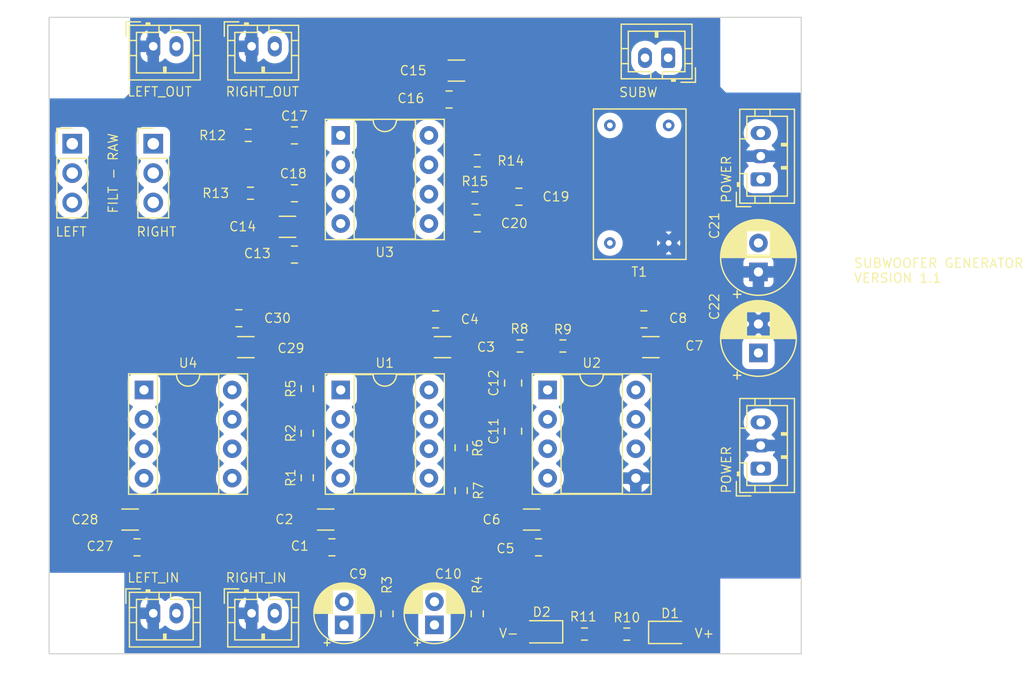
<source format=kicad_pcb>
(kicad_pcb (version 20221018) (generator pcbnew)
  (layers (0 "F.Cu" signal) (31 "B.Cu" signal) (34 "B.Paste" user) (35 "F.Paste" user) (36 "B.SilkS" user "B.Silkscreen") (37 "F.SilkS" user "F.Silkscreen") (38 "B.Mask" user) (39 "F.Mask" user) (44 "Edge.Cuts" user))
  (net 0 "")
  (net 1 "LEFT_IN")
  (net 2 "Net-(C9-Pad2)")
  (net 3 "AGND")
  (net 4 "RIGHT_IN")
  (net 5 "Net-(C10-Pad2)")
  (net 6 "LEFT_BUF")
  (net 7 "RIGHT_BUF")
  (net 8 "Net-(U1-InA-)")
  (net 9 "Net-(U1-OutA)")
  (net 10 "Net-(U1-InA+)")
  (net 11 "Net-(U1-InB-)")
  (net 12 "Net-(U1-InB+)")
  (net 13 "COMBINED")
  (net 14 "Net-(U2-InA+)")
  (net 15 "Net-(C12-Pad1)")
  (net 16 "Net-(U2-InB-)")
  (net 17 "V-")
  (net 18 "V+")
  (net 19 "SUBW")
  (net 20 "SUBWN")
  (net 21 "SUBWP")
  (net 22 "Net-(D1-K)")
  (net 23 "Net-(D2-K)")
  (net 24 "Net-(C17-Pad1)")
  (net 25 "LEFT_FILT")
  (net 26 "Net-(U3-InA+)")
  (net 27 "RIGHT_FILT")
  (net 28 "Net-(C19-Pad2)")
  (net 29 "Net-(U3-InB+)")
  (net 30 "LEFT_OUT")
  (net 31 "RIGHT_OUT")
  (footprint "Capacitor_THT:CP_Radial_D5.0mm_P2.00mm" (layer "F.Cu") (at 131.9364 113.665 90)
    (fp_text reference "C9" (at 4.4 1.2 unlocked) (layer "F.SilkS") (effects (font (size 0.8 0.8) (thickness 0.1))))
    (fp_text value "10u")
    (pad "1" thru_hole rect (at 0 0 90) (size 1.6 1.6) (drill 0.8) (layers "*.Cu" "*.Mask") (net 1 "LEFT_IN"))
    (pad "2" thru_hole circle (at 2 0 90) (size 1.6 1.6) (drill 0.8) (layers "*.Cu" "*.Mask") (net 2 "Net-(C9-Pad2)"))
  )
  (footprint "Package_DIP:DIP-8_W7.62mm_Socket" (layer "F.Cu") (at 149.5189 93.365)
    (fp_text reference "U2" (at 3.81 -2.33 unlocked) (layer "F.SilkS") (effects (font (size 0.8 0.8) (thickness 0.1))))
    (fp_text value "OPA2134")
    (pad "1" thru_hole rect (at 0 0) (size 1.6 1.6) (drill 0.8) (layers "*.Cu" "*.Mask") (net 19 "SUBW"))
    (pad "2" thru_hole oval (at 0 2.54) (size 1.6 1.6) (drill 0.8) (layers "*.Cu" "*.Mask") (net 19 "SUBW"))
    (pad "3" thru_hole oval (at 0 5.08) (size 1.6 1.6) (drill 0.8) (layers "*.Cu" "*.Mask") (net 14 "Net-(U2-InA+)"))
    (pad "4" thru_hole oval (at 0 7.62) (size 1.6 1.6) (drill 0.8) (layers "*.Cu" "*.Mask") (net 17 "V-"))
    (pad "5" thru_hole oval (at 7.62 7.62) (size 1.6 1.6) (drill 0.8) (layers "*.Cu" "*.Mask") (net 3 "AGND"))
    (pad "6" thru_hole oval (at 7.62 5.08) (size 1.6 1.6) (drill 0.8) (layers "*.Cu" "*.Mask") (net 16 "Net-(U2-InB-)"))
    (pad "7" thru_hole oval (at 7.62 2.54) (size 1.6 1.6) (drill 0.8) (layers "*.Cu" "*.Mask") (net 16 "Net-(U2-InB-)"))
    (pad "8" thru_hole oval (at 7.62 0) (size 1.6 1.6) (drill 0.8) (layers "*.Cu" "*.Mask") (net 18 "V+"))
  )
  (footprint "MountingHole:MountingHole_3.2mm_M3" (layer "F.Cu") (at 168.9364 113.665)
    (fp_text reference "H4" hide)
    (fp_text value "MountingHole")
    (pad "" np_thru_hole circle (at 0 0) (size 3.2 3.2) (drill 3.2) (layers "*.Cu" "*.Mask"))
  )
  (footprint "Capacitor_SMD:C_1206_3216Metric_Pad1.33x1.80mm_HandSolder" (layer "F.Cu") (at 130.3364 104.565 180)
    (fp_text reference "C2" (at 3.5725 0.0175 unlocked) (layer "F.SilkS") (effects (font (size 0.8 0.8) (thickness 0.1))))
    (fp_text value "10U")
    (pad "1" smd roundrect (at -1.5625 0 180) (size 1.325 1.8) (layers "F.Cu" "F.Paste" "F.Mask") (roundrect_rratio 0.1886792453) (net 17 "V-"))
    (pad "2" smd roundrect (at 1.5625 0 180) (size 1.325 1.8) (layers "F.Cu" "F.Paste" "F.Mask") (roundrect_rratio 0.1886792453) (net 3 "AGND"))
  )
  (footprint "Package_DIP:DIP-8_W7.62mm_Socket" (layer "F.Cu") (at 131.6364 93.365)
    (fp_text reference "U1" (at 3.81 -2.33 unlocked) (layer "F.SilkS") (effects (font (size 0.8 0.8) (thickness 0.1))))
    (fp_text value "OPA2134")
    (pad "1" thru_hole rect (at 0 0) (size 1.6 1.6) (drill 0.8) (layers "*.Cu" "*.Mask") (net 9 "Net-(U1-OutA)"))
    (pad "2" thru_hole oval (at 0 2.54) (size 1.6 1.6) (drill 0.8) (layers "*.Cu" "*.Mask") (net 8 "Net-(U1-InA-)"))
    (pad "3" thru_hole oval (at 0 5.08) (size 1.6 1.6) (drill 0.8) (layers "*.Cu" "*.Mask") (net 10 "Net-(U1-InA+)"))
    (pad "4" thru_hole oval (at 0 7.62) (size 1.6 1.6) (drill 0.8) (layers "*.Cu" "*.Mask") (net 17 "V-"))
    (pad "5" thru_hole oval (at 7.62 7.62) (size 1.6 1.6) (drill 0.8) (layers "*.Cu" "*.Mask") (net 12 "Net-(U1-InB+)"))
    (pad "6" thru_hole oval (at 7.62 5.08) (size 1.6 1.6) (drill 0.8) (layers "*.Cu" "*.Mask") (net 11 "Net-(U1-InB-)"))
    (pad "7" thru_hole oval (at 7.62 2.54) (size 1.6 1.6) (drill 0.8) (layers "*.Cu" "*.Mask") (net 13 "COMBINED"))
    (pad "8" thru_hole oval (at 7.62 0) (size 1.6 1.6) (drill 0.8) (layers "*.Cu" "*.Mask") (net 18 "V+"))
  )
  (footprint "Capacitor_SMD:C_1206_3216Metric_Pad1.33x1.80mm_HandSolder" (layer "F.Cu") (at 127.0364 79.265 180)
    (fp_text reference "C14" (at 3.871896 0.017256 unlocked) (layer "F.SilkS") (effects (font (size 0.8 0.8) (thickness 0.1))))
    (fp_text value "10U")
    (pad "1" smd roundrect (at -1.5625 0 180) (size 1.325 1.8) (layers "F.Cu" "F.Paste" "F.Mask") (roundrect_rratio 0.188679) (net 17 "V-"))
    (pad "2" smd roundrect (at 1.5625 0 180) (size 1.325 1.8) (layers "F.Cu" "F.Paste" "F.Mask") (roundrect_rratio 0.188679) (net 3 "AGND"))
  )
  (footprint "Capacitor_SMD:C_0805_2012Metric_Pad1.18x1.45mm_HandSolder" (layer "F.Cu") (at 146.5364 96.9275 90)
    (fp_text reference "C11" (at 0 -1.68 90 unlocked) (layer "F.SilkS") (effects (font (size 0.8 0.8) (thickness 0.1))))
    (fp_text value "56n C0G")
    (pad "1" smd roundrect (at -1.0375 0 90) (size 1.175 1.45) (layers "F.Cu" "F.Paste" "F.Mask") (roundrect_rratio 0.2127659574) (net 14 "Net-(U2-InA+)"))
    (pad "2" smd roundrect (at 1.0375 0 90) (size 1.175 1.45) (layers "F.Cu" "F.Paste" "F.Mask") (roundrect_rratio 0.2127659574) (net 3 "AGND"))
  )
  (footprint "Connector_PinHeader_2.54mm:PinHeader_1x03_P2.54mm_Vertical" (layer "F.Cu") (at 115.4364 72.085)
    (fp_text reference "J6" hide)
    (fp_text value "Conn_01x03_Pin")
    (pad "1" thru_hole rect (at 0 0) (size 1.7 1.7) (drill 1) (layers "*.Cu" "*.Mask") (net 4 "RIGHT_IN"))
    (pad "2" thru_hole oval (at 0 2.54) (size 1.7 1.7) (drill 1) (layers "*.Cu" "*.Mask") (net 31 "RIGHT_OUT"))
    (pad "3" thru_hole oval (at 0 5.08) (size 1.7 1.7) (drill 1) (layers "*.Cu" "*.Mask") (net 27 "RIGHT_FILT"))
  )
  (footprint "Capacitor_SMD:C_0805_2012Metric_Pad1.18x1.45mm_HandSolder" (layer "F.Cu") (at 127.6364 71.365)
    (fp_text reference "C17" (at 0 -1.68 unlocked) (layer "F.SilkS") (effects (font (size 0.8 0.8) (thickness 0.1))))
    (fp_text value "130n C0G")
    (pad "1" smd roundrect (at -1.0375 0) (size 1.175 1.45) (layers "F.Cu" "F.Paste" "F.Mask") (roundrect_rratio 0.212766) (net 24 "Net-(C17-Pad1)"))
    (pad "2" smd roundrect (at 1.0375 0) (size 1.175 1.45) (layers "F.Cu" "F.Paste" "F.Mask") (roundrect_rratio 0.212766) (net 25 "LEFT_FILT"))
  )
  (footprint "Resistor_SMD:R_0603_1608Metric_Pad0.98x0.95mm_HandSolder" (layer "F.Cu") (at 123.6489 71.365 180)
    (fp_text reference "R12" (at 3.0875 0 unlocked) (layer "F.SilkS") (effects (font (size 0.8 0.8) (thickness 0.1))))
    (fp_text value "10.5K")
    (pad "1" smd roundrect (at -0.9125 0 180) (size 0.975 0.95) (layers "F.Cu" "F.Paste" "F.Mask") (net 24 "Net-(C17-Pad1)"))
    (pad "2" smd roundrect (at 0.9125 0 180) (size 0.975 0.95) (layers "F.Cu" "F.Paste" "F.Mask") (net 6 "LEFT_BUF"))
  )
  (footprint "Capacitor_SMD:C_0805_2012Metric_Pad1.18x1.45mm_HandSolder" (layer "F.Cu") (at 114.0364 106.965 180)
    (fp_text reference "C27" (at 3.2 0.1 unlocked) (layer "F.SilkS") (effects (font (size 0.8 0.8) (thickness 0.1))))
    (fp_text value "0.1U")
    (pad "1" smd roundrect (at -1.0375 0 180) (size 1.175 1.45) (layers "F.Cu" "F.Paste" "F.Mask") (roundrect_rratio 0.2127659574) (net 17 "V-"))
    (pad "2" smd roundrect (at 1.0375 0 180) (size 1.175 1.45) (layers "F.Cu" "F.Paste" "F.Mask") (roundrect_rratio 0.2127659574) (net 3 "AGND"))
  )
  (footprint "Resistor_SMD:R_0603_1608Metric_Pad0.98x0.95mm_HandSolder" (layer "F.Cu") (at 152.7039 114.46 180)
    (fp_text reference "R11" (at 0.1 1.5 unlocked) (layer "F.SilkS") (effects (font (size 0.8 0.8) (thickness 0.1))))
    (fp_text value "1K")
    (pad "1" smd roundrect (at -0.9125 0 180) (size 0.975 0.95) (layers "F.Cu" "F.Paste" "F.Mask") (net 17 "V-"))
    (pad "2" smd roundrect (at 0.9125 0 180) (size 0.975 0.95) (layers "F.Cu" "F.Paste" "F.Mask") (net 23 "Net-(D2-K)"))
  )
  (footprint "Capacitor_SMD:C_1206_3216Metric_Pad1.33x1.80mm_HandSolder" (layer "F.Cu") (at 141.6364 65.765)
    (fp_text reference "C15" (at -3.7375 0 unlocked) (layer "F.SilkS") (effects (font (size 0.8 0.8) (thickness 0.1))))
    (fp_text value "10U")
    (pad "1" smd roundrect (at -1.5625 0) (size 1.325 1.8) (layers "F.Cu" "F.Paste" "F.Mask") (roundrect_rratio 0.188679) (net 18 "V+"))
    (pad "2" smd roundrect (at 1.5625 0) (size 1.325 1.8) (layers "F.Cu" "F.Paste" "F.Mask") (roundrect_rratio 0.188679) (net 3 "AGND"))
  )
  (footprint "Connector_PinHeader_2.54mm:PinHeader_1x03_P2.54mm_Vertical" (layer "F.Cu") (at 108.4364 72.085)
    (fp_text reference "J5" hide)
    (fp_text value "Conn_01x03_Pin")
    (pad "1" thru_hole rect (at 0 0) (size 1.7 1.7) (drill 1) (layers "*.Cu" "*.Mask") (net 1 "LEFT_IN"))
    (pad "2" thru_hole oval (at 0 2.54) (size 1.7 1.7) (drill 1) (layers "*.Cu" "*.Mask") (net 30 "LEFT_OUT"))
    (pad "3" thru_hole oval (at 0 5.08) (size 1.7 1.7) (drill 1) (layers "*.Cu" "*.Mask") (net 25 "LEFT_FILT"))
  )
  (footprint "Capacitor_THT:CP_Radial_D6.3mm_P2.50mm" (layer "F.Cu") (at 167.7364 90.165 90)
    (fp_text reference "C22" (at 4 -3.8 90 unlocked) (layer "F.SilkS") (effects (font (size 0.8 0.8) (thickness 0.1))))
    (fp_text value "470u")
    (pad "1" thru_hole rect (at 0 0 90) (size 1.6 1.6) (drill 0.8) (layers "*.Cu" "*.Mask") (net 18 "V+"))
    (pad "2" thru_hole circle (at 2.5 0 90) (size 1.6 1.6) (drill 0.8) (layers "*.Cu" "*.Mask") (net 3 "AGND"))
  )
  (footprint "Capacitor_SMD:C_0805_2012Metric_Pad1.18x1.45mm_HandSolder" (layer "F.Cu") (at 127.6364 81.665 180)
    (fp_text reference "C13" (at 3.2 0.1 unlocked) (layer "F.SilkS") (effects (font (size 0.8 0.8) (thickness 0.1))))
    (fp_text value "0.1U")
    (pad "1" smd roundrect (at -1.0375 0 180) (size 1.175 1.45) (layers "F.Cu" "F.Paste" "F.Mask") (roundrect_rratio 0.212766) (net 17 "V-"))
    (pad "2" smd roundrect (at 1.0375 0 180) (size 1.175 1.45) (layers "F.Cu" "F.Paste" "F.Mask") (roundrect_rratio 0.212766) (net 3 "AGND"))
  )
  (footprint "Capacitor_THT:CP_Radial_D5.0mm_P2.00mm" (layer "F.Cu") (at 139.7364 113.665 90)
    (fp_text reference "C10" (at 4.4 1.2 unlocked) (layer "F.SilkS") (effects (font (size 0.8 0.8) (thickness 0.1))))
    (fp_text value "10u")
    (pad "1" thru_hole rect (at 0 0 90) (size 1.6 1.6) (drill 0.8) (layers "*.Cu" "*.Mask") (net 4 "RIGHT_IN"))
    (pad "2" thru_hole circle (at 2 0 90) (size 1.6 1.6) (drill 0.8) (layers "*.Cu" "*.Mask") (net 5 "Net-(C10-Pad2)"))
  )
  (footprint "Capacitor_SMD:C_0805_2012Metric_Pad1.18x1.45mm_HandSolder" (layer "F.Cu") (at 146.5364 92.765 90)
    (fp_text reference "C12" (at 0 -1.68 90 unlocked) (layer "F.SilkS") (effects (font (size 0.8 0.8) (thickness 0.1))))
    (fp_text value "130n C0G")
    (pad "1" smd roundrect (at -1.0375 0 90) (size 1.175 1.45) (layers "F.Cu" "F.Paste" "F.Mask") (roundrect_rratio 0.2127659574) (net 15 "Net-(C12-Pad1)"))
    (pad "2" smd roundrect (at 1.0375 0 90) (size 1.175 1.45) (layers "F.Cu" "F.Paste" "F.Mask") (roundrect_rratio 0.2127659574) (net 19 "SUBW"))
  )
  (footprint "Capacitor_SMD:C_0805_2012Metric_Pad1.18x1.45mm_HandSolder" (layer "F.Cu") (at 140.9989 68.265)
    (fp_text reference "C16" (at -3.3 -0.1 unlocked) (layer "F.SilkS") (effects (font (size 0.8 0.8) (thickness 0.1))))
    (fp_text value "0.1U")
    (pad "1" smd roundrect (at -1.0375 0) (size 1.175 1.45) (layers "F.Cu" "F.Paste" "F.Mask") (roundrect_rratio 0.212766) (net 18 "V+"))
    (pad "2" smd roundrect (at 1.0375 0) (size 1.175 1.45) (layers "F.Cu" "F.Paste" "F.Mask") (roundrect_rratio 0.212766) (net 3 "AGND"))
  )
  (footprint "Capacitor_SMD:C_0805_2012Metric_Pad1.18x1.45mm_HandSolder" (layer "F.Cu") (at 147.0364 76.665 180)
    (fp_text reference "C19" (at -3.2 0 unlocked) (layer "F.SilkS") (effects (font (size 0.8 0.8) (thickness 0.1))))
    (fp_text value "130n C0G")
    (pad "1" smd roundrect (at -1.0375 0 180) (size 1.175 1.45) (layers "F.Cu" "F.Paste" "F.Mask") (roundrect_rratio 0.212766) (net 27 "RIGHT_FILT"))
    (pad "2" smd roundrect (at 1.0375 0 180) (size 1.175 1.45) (layers "F.Cu" "F.Paste" "F.Mask") (roundrect_rratio 0.212766) (net 28 "Net-(C19-Pad2)"))
  )
  (footprint "MountingHole:MountingHole_3.2mm_M3" (layer "F.Cu") (at 108.9364 63.665)
    (fp_text reference "H1" hide)
    (fp_text value "MountingHole")
    (pad "" np_thru_hole circle (at 0 0) (size 3.2 3.2) (drill 3.2) (layers "*.Cu" "*.Mask"))
  )
  (footprint "Connector_JST:JST_PH_B2B-PH-K_1x02_P2.00mm_Vertical" (layer "F.Cu") (at 123.9364 63.665)
    (fp_text reference "J2" hide)
    (fp_text value "Conn_01x02_Pin")
    (pad "1" thru_hole roundrect (at 0 0) (size 1.2 1.75) (drill 0.75) (layers "*.Cu" "*.Mask") (roundrect_rratio 0.2083333333) (net 3 "AGND"))
    (pad "2" thru_hole oval (at 2 0) (size 1.2 1.75) (drill 0.75) (layers "*.Cu" "*.Mask") (net 31 "RIGHT_OUT"))
  )
  (footprint "Resistor_SMD:R_0603_1608Metric_Pad0.98x0.95mm_HandSolder" (layer "F.Cu") (at 135.6364 112.7099 90)
    (fp_text reference "R3" (at 2.5 0 90 unlocked) (layer "F.SilkS") (effects (font (size 0.8 0.8) (thickness 0.1))))
    (fp_text value "10K")
    (pad "1" smd roundrect (at -0.9125 0 90) (size 0.975 0.95) (layers "F.Cu" "F.Paste" "F.Mask") (net 3 "AGND"))
    (pad "2" smd roundrect (at 0.9125 0 90) (size 0.975 0.95) (layers "F.Cu" "F.Paste" "F.Mask") (net 2 "Net-(C9-Pad2)"))
  )
  (footprint "Package_DIP:DIP-8_W7.62mm_Socket" (layer "F.Cu") (at 131.6364 71.365)
    (fp_text reference "U3" (at 3.8 10.1 unlocked) (layer "F.SilkS") (effects (font (size 0.8 0.8) (thickness 0.1))))
    (fp_text value "OPA2134")
    (pad "1" thru_hole rect (at 0 0) (size 1.6 1.6) (drill 0.8) (layers "*.Cu" "*.Mask") (net 25 "LEFT_FILT"))
    (pad "2" thru_hole oval (at 0 2.54) (size 1.6 1.6) (drill 0.8) (layers "*.Cu" "*.Mask") (net 25 "LEFT_FILT"))
    (pad "3" thru_hole oval (at 0 5.08) (size 1.6 1.6) (drill 0.8) (layers "*.Cu" "*.Mask") (net 26 "Net-(U3-InA+)"))
    (pad "4" thru_hole oval (at 0 7.62) (size 1.6 1.6) (drill 0.8) (layers "*.Cu" "*.Mask") (net 17 "V-"))
    (pad "5" thru_hole oval (at 7.62 7.62) (size 1.6 1.6) (drill 0.8) (layers "*.Cu" "*.Mask") (net 29 "Net-(U3-InB+)"))
    (pad "6" thru_hole oval (at 7.62 5.08) (size 1.6 1.6) (drill 0.8) (layers "*.Cu" "*.Mask") (net 27 "RIGHT_FILT"))
    (pad "7" thru_hole oval (at 7.62 2.54) (size 1.6 1.6) (drill 0.8) (layers "*.Cu" "*.Mask") (net 27 "RIGHT_FILT"))
    (pad "8" thru_hole oval (at 7.62 0) (size 1.6 1.6) (drill 0.8) (layers "*.Cu" "*.Mask") (net 18 "V+"))
  )
  (footprint "Capacitor_SMD:C_1206_3216Metric_Pad1.33x1.80mm_HandSolder" (layer "F.Cu") (at 123.4364 89.665)
    (fp_text reference "C29" (at 3.9 0.1 unlocked) (layer "F.SilkS") (effects (font (size 0.8 0.8) (thickness 0.1))))
    (fp_text value "10U")
    (pad "1" smd roundrect (at -1.5625 0) (size 1.325 1.8) (layers "F.Cu" "F.Paste" "F.Mask") (roundrect_rratio 0.1886792453) (net 18 "V+"))
    (pad "2" smd roundrect (at 1.5625 0) (size 1.325 1.8) (layers "F.Cu" "F.Paste" "F.Mask") (roundrect_rratio 0.1886792453) (net 3 "AGND"))
  )
  (footprint "Connector_JST:JST_PH_B2B-PH-K_1x02_P2.00mm_Vertical" (layer "F.Cu") (at 115.4364 112.665)
    (fp_text reference "J4" hide)
    (fp_text value "Conn_01x02_Pin")
    (pad "1" thru_hole roundrect (at 0 0) (size 1.2 1.75) (drill 0.75) (layers "*.Cu" "*.Mask") (roundrect_rratio 0.2083333333) (net 3 "AGND"))
    (pad "2" thru_hole oval (at 2 0) (size 1.2 1.75) (drill 0.75) (layers "*.Cu" "*.Mask") (net 1 "LEFT_IN"))
  )
  (footprint "Capacitor_SMD:C_1206_3216Metric_Pad1.33x1.80mm_HandSolder" (layer "F.Cu") (at 140.4364 89.665)
    (fp_text reference "C3" (at 3.756547 -0.00875 unlocked) (layer "F.SilkS") (effects (font (size 0.8 0.8) (thickness 0.1))))
    (fp_text value "10U")
    (pad "1" smd roundrect (at -1.5625 0) (size 1.325 1.8) (layers "F.Cu" "F.Paste" "F.Mask") (roundrect_rratio 0.1886792453) (net 18 "V+"))
    (pad "2" smd roundrect (at 1.5625 0) (size 1.325 1.8) (layers "F.Cu" "F.Paste" "F.Mask") (roundrect_rratio 0.1886792453) (net 3 "AGND"))
  )
  (footprint "Capacitor_SMD:C_0805_2012Metric_Pad1.18x1.45mm_HandSolder" (layer "F.Cu") (at 122.8364 87.165)
    (fp_text reference "C30" (at 3.3375 0 unlocked) (layer "F.SilkS") (effects (font (size 0.8 0.8) (thickness 0.1))))
    (fp_text value "0.1U")
    (pad "1" smd roundrect (at -1.0375 0) (size 1.175 1.45) (layers "F.Cu" "F.Paste" "F.Mask") (roundrect_rratio 0.2127659574) (net 18 "V+"))
    (pad "2" smd roundrect (at 1.0375 0) (size 1.175 1.45) (layers "F.Cu" "F.Paste" "F.Mask") (roundrect_rratio 0.2127659574) (net 3 "AGND"))
  )
  (footprint "Resistor_SMD:R_0603_1608Metric_Pad0.98x0.95mm_HandSolder" (layer "F.Cu") (at 128.7452 97.1025 90)
    (fp_text reference "R2" (at 0 -1.43 90 unlocked) (layer "F.SilkS") (effects (font (size 0.8 0.8) (thickness 0.1))))
    (fp_text value "10K")
    (pad "1" smd roundrect (at -0.9125 0 90) (size 0.975 0.95) (layers "F.Cu" "F.Paste" "F.Mask") (net 8 "Net-(U1-InA-)"))
    (pad "2" smd roundrect (at 0.9125 0 90) (size 0.975 0.95) (layers "F.Cu" "F.Paste" "F.Mask") (net 7 "RIGHT_BUF"))
  )
  (footprint "Capacitor_SMD:C_1206_3216Metric_Pad1.33x1.80mm_HandSolder" (layer "F.Cu") (at 148.1364 104.565 180)
    (fp_text reference "C6" (at 3.4625 0 unlocked) (layer "F.SilkS") (effects (font (size 0.8 0.8) (thickness 0.1))))
    (fp_text value "10U")
    (pad "1" smd roundrect (at -1.5625 0 180) (size 1.325 1.8) (layers "F.Cu" "F.Paste" "F.Mask") (roundrect_rratio 0.1886792453) (net 17 "V-"))
    (pad "2" smd roundrect (at 1.5625 0 180) (size 1.325 1.8) (layers "F.Cu" "F.Paste" "F.Mask") (roundrect_rratio 0.1886792453) (net 3 "AGND"))
  )
  (footprint "Resistor_SMD:R_0603_1608Metric_Pad0.98x0.95mm_HandSolder" (layer "F.Cu") (at 147.1364 89.565 180)
    (fp_text reference "R8" (at 0.048251 1.482507 unlocked) (layer "F.SilkS") (effects (font (size 0.8 0.8) (thickness 0.1))))
    (fp_text value "23K")
    (pad "1" smd roundrect (at -0.9125 0 180) (size 0.975 0.95) (layers "F.Cu" "F.Paste" "F.Mask") (net 14 "Net-(U2-InA+)"))
    (pad "2" smd roundrect (at 0.9125 0 180) (size 0.975 0.95) (layers "F.Cu" "F.Paste" "F.Mask") (net 15 "Net-(C12-Pad1)"))
  )
  (footprint "Connector_JST:JST_PH_B2B-PH-K_1x02_P2.00mm_Vertical" (layer "F.Cu") (at 115.4364 63.665)
    (fp_text reference "J1" hide)
    (fp_text value "Conn_01x02_Pin")
    (pad "1" thru_hole roundrect (at 0 0) (size 1.2 1.75) (drill 0.75) (layers "*.Cu" "*.Mask") (roundrect_rratio 0.2083333333) (net 3 "AGND"))
    (pad "2" thru_hole oval (at 2 0) (size 1.2 1.75) (drill 0.75) (layers "*.Cu" "*.Mask") (net 30 "LEFT_OUT"))
  )
  (footprint "Capacitor_SMD:C_0805_2012Metric_Pad1.18x1.45mm_HandSolder" (layer "F.Cu") (at 130.8739 106.965 180)
    (fp_text reference "C1" (at 2.7725 0.1175 unlocked) (layer "F.SilkS") (effects (font (size 0.8 0.8) (thickness 0.1))))
    (fp_text value "0.1U")
    (pad "1" smd roundrect (at -1.0375 0 180) (size 1.175 1.45) (layers "F.Cu" "F.Paste" "F.Mask") (roundrect_rratio 0.2127659574) (net 17 "V-"))
    (pad "2" smd roundrect (at 1.0375 0 180) (size 1.175 1.45) (layers "F.Cu" "F.Paste" "F.Mask") (roundrect_rratio 0.2127659574) (net 3 "AGND"))
  )
  (footprint "Resistor_SMD:R_0603_1608Metric_Pad0.98x0.95mm_HandSolder" (layer "F.Cu") (at 143.2364 76.765)
    (fp_text reference "R15" (at 0 -1.43 unlocked) (layer "F.SilkS") (effects (font (size 0.8 0.8) (thickness 0.1))))
    (fp_text value "23K")
    (pad "1" smd roundrect (at -0.9125 0) (size 0.975 0.95) (layers "F.Cu" "F.Paste" "F.Mask") (net 29 "Net-(U3-InB+)"))
    (pad "2" smd roundrect (at 0.9125 0) (size 0.975 0.95) (layers "F.Cu" "F.Paste" "F.Mask") (net 28 "Net-(C19-Pad2)"))
  )
  (footprint "Capacitor_SMD:C_1206_3216Metric_Pad1.33x1.80mm_HandSolder" (layer "F.Cu") (at 158.4364 89.665)
    (fp_text reference "C7" (at 3.756547 -0.11 unlocked) (layer "F.SilkS") (effects (font (size 0.8 0.8) (thickness 0.1))))
    (fp_text value "10U")
    (pad "1" smd roundrect (at -1.5625 0) (size 1.325 1.8) (layers "F.Cu" "F.Paste" "F.Mask") (roundrect_rratio 0.1886792453) (net 18 "V+"))
    (pad "2" smd roundrect (at 1.5625 0) (size 1.325 1.8) (layers "F.Cu" "F.Paste" "F.Mask") (roundrect_rratio 0.1886792453) (net 3 "AGND"))
  )
  (footprint "Capacitor_SMD:C_0805_2012Metric_Pad1.18x1.45mm_HandSolder" (layer "F.Cu") (at 139.8364 87.265)
    (fp_text reference "C4" (at 2.956547 -0.00875 unlocked) (layer "F.SilkS") (effects (font (size 0.8 0.8) (thickness 0.1))))
    (fp_text value "0.1U")
    (pad "1" smd roundrect (at -1.0375 0) (size 1.175 1.45) (layers "F.Cu" "F.Paste" "F.Mask") (roundrect_rratio 0.2127659574) (net 18 "V+"))
    (pad "2" smd roundrect (at 1.0375 0) (size 1.175 1.45) (layers "F.Cu" "F.Paste" "F.Mask") (roundrect_rratio 0.2127659574) (net 3 "AGND"))
  )
  (footprint "Resistor_SMD:R_0603_1608Metric_Pad0.98x0.95mm_HandSolder" (layer "F.Cu") (at 128.7452 93.2525 90)
    (fp_text reference "R5" (at 0 -1.43 90 unlocked) (layer "F.SilkS") (effects (font (size 0.8 0.8) (thickness 0.1))))
    (fp_text value "20K")
    (pad "1" smd roundrect (at -0.9125 0 90) (size 0.975 0.95) (layers "F.Cu" "F.Paste" "F.Mask") (net 9 "Net-(U1-OutA)"))
    (pad "2" smd roundrect (at 0.9125 0 90) (size 0.975 0.95) (layers "F.Cu" "F.Paste" "F.Mask") (net 10 "Net-(U1-InA+)"))
  )
  (footprint "Capacitor_THT:CP_Radial_D6.3mm_P2.50mm" (layer "F.Cu") (at 167.7364 83.165 90)
    (fp_text reference "C21" (at 4 -3.8 90 unlocked) (layer "F.SilkS") (effects (font (size 0.8 0.8) (thickness 0.1))))
    (fp_text value "470u")
    (pad "1" thru_hole rect (at 0 0 90) (size 1.6 1.6) (drill 0.8) (layers "*.Cu" "*.Mask") (net 3 "AGND"))
    (pad "2" thru_hole circle (at 2.5 0 90) (size 1.6 1.6) (drill 0.8) (layers "*.Cu" "*.Mask") (net 17 "V-"))
  )
  (footprint "Resistor_SMD:R_0603_1608Metric_Pad0.98x0.95mm_HandSolder" (layer "F.Cu") (at 142.0452 98.365 -90)
    (fp_text reference "R6" (at 0 -1.43 90 unlocked) (layer "F.SilkS") (effects (font (size 0.8 0.8) (thickness 0.1))))
    (fp_text value "10K")
    (pad "1" smd roundrect (at -0.9125 0 270) (size 0.975 0.95) (layers "F.Cu" "F.Paste" "F.Mask") (net 9 "Net-(U1-OutA)"))
    (pad "2" smd roundrect (at 0.9125 0 270) (size 0.975 0.95) (layers "F.Cu" "F.Paste" "F.Mask") (net 11 "Net-(U1-InB-)"))
  )
  (footprint "Connector_JST:JST_PH_B3B-PH-K_1x03_P2.00mm_Vertical" (layer "F.Cu") (at 167.9364 100.165 90)
    (fp_text reference "J3" hide)
    (fp_text value "Conn_01x03_Male")
    (pad "1" thru_hole roundrect (at 0 0 90) (size 1.2 1.75) (drill 0.75) (layers "*.Cu" "*.Mask") (roundrect_rratio 0.2083333333) (net 17 "V-"))
    (pad "2" thru_hole oval (at 2 0 90) (size 1.2 1.75) (drill 0.75) (layers "*.Cu" "*.Mask") (net 3 "AGND"))
    (pad "3" thru_hole oval (at 4 0 90) (size 1.2 1.75) (drill 0.75) (layers "*.Cu" "*.Mask") (net 18 "V+"))
  )
  (footprint "Package_DIP:DIP-8_W7.62mm_Socket" (layer "F.Cu") (at 114.6364 93.365)
    (fp_text reference "U4" (at 3.81 -2.33 unlocked) (layer "F.SilkS") (effects (font (size 0.8 0.8) (thickness 0.1))))
    (fp_text value "OPA2134")
    (pad "1" thru_hole rect (at 0 0) (size 1.6 1.6) (drill 0.8) (layers "*.Cu" "*.Mask") (net 6 "LEFT_BUF"))
    (pad "2" thru_hole oval (at 0 2.54) (size 1.6 1.6) (drill 0.8) (layers "*.Cu" "*.Mask") (net 6 "LEFT_BUF"))
    (pad "3" thru_hole oval (at 0 5.08) (size 1.6 1.6) (drill 0.8) (layers "*.Cu" "*.Mask") (net 1 "LEFT_IN"))
    (pad "4" thru_hole oval (at 0 7.62) (size 1.6 1.6) (drill 0.8) (layers "*.Cu" "*.Mask") (net 17 "V-"))
    (pad "5" thru_hole oval (at 7.62 7.62) (size 1.6 1.6) (drill 0.8) (layers "*.Cu" "*.Mask") (net 4 "RIGHT_IN"))
    (pad "6" thru_hole oval (at 7.62 5.08) (size 1.6 1.6) (drill 0.8) (layers "*.Cu" "*.Mask") (net 7 "RIGHT_BUF"))
    (pad "7" thru_hole oval (at 7.62 2.54) (size 1.6 1.6) (drill 0.8) (layers "*.Cu" "*.Mask") (net 7 "RIGHT_BUF"))
    (pad "8" thru_hole oval (at 7.62 0) (size 1.6 1.6) (drill 0.8) (layers "*.Cu" "*.Mask") (net 18 "V+"))
  )
  (footprint "Resistor_SMD:R_0603_1608Metric_Pad0.98x0.95mm_HandSolder" (layer "F.Cu") (at 150.8364 89.565)
    (fp_text reference "R9" (at 0 -1.43 unlocked) (layer "F.SilkS") (effects (font (size 0.8 0.8) (thickness 0.1))))
    (fp_text value "10.5K")
    (pad "1" smd roundrect (at -0.9125 0) (size 0.975 0.95) (layers "F.Cu" "F.Paste" "F.Mask") (net 15 "Net-(C12-Pad1)"))
    (pad "2" smd roundrect (at 0.9125 0) (size 0.975 0.95) (layers "F.Cu" "F.Paste" "F.Mask") (net 13 "COMBINED"))
  )
  (footprint "Capacitor_SMD:C_0805_2012Metric_Pad1.18x1.45mm_HandSolder" (layer "F.Cu") (at 143.4364 78.965)
    (fp_text reference "C20" (at 3.2 0 unlocked) (layer "F.SilkS") (effects (font (size 0.8 0.8) (thickness 0.1))))
    (fp_text value "56n C0G")
    (pad "1" smd roundrect (at -1.0375 0) (size 1.175 1.45) (layers "F.Cu" "F.Paste" "F.Mask") (roundrect_rratio 0.212766) (net 29 "Net-(U3-InB+)"))
    (pad "2" smd roundrect (at 1.0375 0) (size 1.175 1.45) (layers "F.Cu" "F.Paste" "F.Mask") (roundrect_rratio 0.212766) (net 3 "AGND"))
  )
  (footprint "Connector_JST:JST_PH_B3B-PH-K_1x03_P2.00mm_Vertical" (layer "F.Cu") (at 167.9364 75.165 90)
    (fp_text reference "J9" hide)
    (fp_text value "Conn_01x03_Male")
    (pad "1" thru_hole roundrect (at 0 0 90) (size 1.2 1.75) (drill 0.75) (layers "*.Cu" "*.Mask") (roundrect_rratio 0.2083333333) (net 17 "V-"))
    (pad "2" thru_hole oval (at 2 0 90) (size 1.2 1.75) (drill 0.75) (layers "*.Cu" "*.Mask") (net 3 "AGND"))
    (pad "3" thru_hole oval (at 4 0 90) (size 1.2 1.75) (drill 0.75) (layers "*.Cu" "*.Mask") (net 18 "V+"))
  )
  (footprint "LED_SMD:LED_0805_2012Metric_Pad1.15x1.40mm_HandSolder" (layer "F.Cu") (at 148.9614 114.265 180)
    (fp_text reference "D2" (at -0.0425 1.705 unlocked) (layer "F.SilkS") (effects (font (size 0.8 0.8) (thickness 0.1))))
    (fp_text value "BLUE")
    (pad "1" smd roundrect (at -1.025 0 180) (size 1.15 1.4) (layers "F.Cu" "F.Paste" "F.Mask") (roundrect_rratio 0.2173913043) (net 23 "Net-(D2-K)"))
    (pad "2" smd roundrect (at 1.025 0 180) (size 1.15 1.4) (layers "F.Cu" "F.Paste" "F.Mask") (roundrect_rratio 0.2173913043) (net 3 "AGND"))
  )
  (footprint "Capacitor_SMD:C_0805_2012Metric_Pad1.18x1.45mm_HandSolder" (layer "F.Cu") (at 148.7364 106.965 180)
    (fp_text reference "C5" (at 2.8625 -0.1 unlocked) (layer "F.SilkS") (effects (font (size 0.8 0.8) (thickness 0.1))))
    (fp_text value "0.1U")
    (pad "1" smd roundrect (at -1.0375 0 180) (size 1.175 1.45) (layers "F.Cu" "F.Paste" "F.Mask") (roundrect_rratio 0.2127659574) (net 17 "V-"))
    (pad "2" smd roundrect (at 1.0375 0 180) (size 1.175 1.45) (layers "F.Cu" "F.Paste" "F.Mask") (roundrect_rratio 0.2127659574) (net 3 "AGND"))
  )
  (footprint "Resistor_SMD:R_0603_1608Metric_Pad0.98x0.95mm_HandSolder" (layer "F.Cu") (at 143.4364 73.565 180)
    (fp_text reference "R14" (at -2.9 0 unlocked) (layer "F.SilkS") (effects (font (size 0.8 0.8) (thickness 0.1))))
    (fp_text value "10.5K")
    (pad "1" smd roundrect (at -0.9125 0 180) (size 0.975 0.95) (layers "F.Cu" "F.Paste" "F.Mask") (net 28 "Net-(C19-Pad2)"))
    (pad "2" smd roundrect (at 0.9125 0 180) (size 0.975 0.95) (layers "F.Cu" "F.Paste" "F.Mask") (net 7 "RIGHT_BUF"))
  )
  (footprint "Connector_JST:JST_PH_B2B-PH-K_1x02_P2.00mm_Vertical" (layer "F.Cu") (at 159.9364 64.665 180)
    (fp_text reference "J7" hide)
    (fp_text value "Conn_01x02_Pin")
    (pad "1" thru_hole roundrect (at 0 0 180) (size 1.2 1.75) (drill 0.75) (layers "*.Cu" "*.Mask") (roundrect_rratio 0.2083333333) (net 20 "SUBWN"))
    (pad "2" thru_hole oval (at 2 0 180) (size 1.2 1.75) (drill 0.75) (layers "*.Cu" "*.Mask") (net 21 "SUBWP"))
  )
  (footprint "Capacitor_SMD:C_0805_2012Metric_Pad1.18x1.45mm_HandSolder" (layer "F.Cu") (at 127.6364 76.365 180)
    (fp_text reference "C18" (at 0.1 1.7 unlocked) (layer "F.SilkS") (effects (font (size 0.8 0.8) (thickness 0.1))))
    (fp_text value "56n C0G")
    (pad "1" smd roundrect (at -1.0375 0 180) (size 1.175 1.45) (layers "F.Cu" "F.Paste" "F.Mask") (roundrect_rratio 0.212766) (net 26 "Net-(U3-InA+)"))
    (pad "2" smd roundrect (at 1.0375 0 180) (size 1.175 1.45) (layers "F.Cu" "F.Paste" "F.Mask") (roundrect_rratio 0.212766) (net 3 "AGND"))
  )
  (footprint "Capacitor_SMD:C_0805_2012Metric_Pad1.18x1.45mm_HandSolder" (layer "F.Cu") (at 157.8364 87.265)
    (fp_text reference "C8" (at 2.956547 -0.1 unlocked) (layer "F.SilkS") (effects (font (size 0.8 0.8) (thickness 0.1))))
    (fp_text value "0.1U")
    (pad "1" smd roundrect (at -1.0375 0) (size 1.175 1.45) (layers "F.Cu" "F.Paste" "F.Mask") (roundrect_rratio 0.2127659574) (net 18 "V+"))
    (pad "2" smd roundrect (at 1.0375 0) (size 1.175 1.45) (layers "F.Cu" "F.Paste" "F.Mask") (roundrect_rratio 0.2127659574) (net 3 "AGND"))
  )
  (footprint "Resistor_SMD:R_0603_1608Metric_Pad0.98x0.95mm_HandSolder" (layer "F.Cu") (at 156.3614 114.465)
    (fp_text reference "R10" (at 0 -1.43 unlocked) (layer "F.SilkS") (effects (font (size 0.8 0.8) (thickness 0.1))))
    (fp_text value "1.25K")
    (pad "1" smd roundrect (at -0.9125 0) (size 0.975 0.95) (layers "F.Cu" "F.Paste" "F.Mask") (net 3 "AGND"))
    (pad "2" smd roundrect (at 0.9125 0) (size 0.975 0.95) (layers "F.Cu" "F.Paste" "F.Mask") (net 22 "Net-(D1-K)"))
  )
  (footprint "MountingHole:MountingHole_3.2mm_M3" (layer "F.Cu") (at 108.9364 113.665)
    (fp_text reference "H2" hide)
    (fp_text value "MountingHole")
    (pad "" np_thru_hole circle (at 0 0) (size 3.2 3.2) (drill 3.2) (layers "*.Cu" "*.Mask"))
  )
  (footprint "Resistor_SMD:R_0603_1608Metric_Pad0.98x0.95mm_HandSolder" (layer "F.Cu") (at 143.4364 112.7099 90)
    (fp_text reference "R4" (at 2.5 0 90 unlocked) (layer "F.SilkS") (effects (font (size 0.8 0.8) (thickness 0.1))))
    (fp_text value "10K")
    (pad "1" smd roundrect (at -0.9125 0 90) (size 0.975 0.95) (layers "F.Cu" "F.Paste" "F.Mask") (net 3 "AGND"))
    (pad "2" smd roundrect (at 0.9125 0 90) (size 0.975 0.95) (layers "F.Cu" "F.Paste" "F.Mask") (net 5 "Net-(C10-Pad2)"))
  )
  (footprint "MountingHole:MountingHole_3.2mm_M3" (layer "F.Cu") (at 168.9364 63.665)
    (fp_text reference "H3" hide)
    (fp_text value "MountingHole")
    (pad "" np_thru_hole circle (at 0 0) (size 3.2 3.2) (drill 3.2) (layers "*.Cu" "*.Mask"))
  )
  (footprint "Resistor_SMD:R_0603_1608Metric_Pad0.98x0.95mm_HandSolder" (layer "F.Cu") (at 128.7452 100.9525 90)
    (fp_text reference "R1" (at 0 -1.43 90 unlocked) (layer "F.SilkS") (effects (font (size 0.8 0.8) (thickness 0.1))))
    (fp_text value "10K")
    (pad "1" smd roundrect (at -0.9125 0 90) (size 0.975 0.95) (layers "F.Cu" "F.Paste" "F.Mask") (net 8 "Net-(U1-InA-)"))
    (pad "2" smd roundrect (at 0.9125 0 90) (size 0.975 0.95) (layers "F.Cu" "F.Paste" "F.Mask") (net 6 "LEFT_BUF"))
  )
  (footprint "Resistor_SMD:R_0603_1608Metric_Pad0.98x0.95mm_HandSolder" (layer "F.Cu") (at 142.0452 102.065 90)
    (fp_text reference "R7" (at 0 1.5 90 unlocked) (layer "F.SilkS") (effects (font (size 0.8 0.8) (thickness 0.1))))
    (fp_text value "10K")
    (pad "1" smd roundrect (at -0.9125 0 90) (size 0.975 0.95) (layers "F.Cu" "F.Paste" "F.Mask") (net 12 "Net-(U1-InB+)"))
    (pad "2" smd roundrect (at 0.9125 0 90) (size 0.975 0.95) (layers "F.Cu" "F.Paste" "F.Mask") (net 13 "COMBINED"))
  )
  (footprint "LED_SMD:LED_0805_2012Metric_Pad1.15x1.40mm_HandSolder" (layer "F.Cu") (at 160.1039 114.32)
    (fp_text reference "D1" (at 0 -1.65 unlocked) (layer "F.SilkS") (effects (font (size 0.8 0.8) (thickness 0.1))))
    (fp_text value "YELLOW")
    (pad "1" smd roundrect (at -1.025 0) (size 1.15 1.4) (layers "F.Cu" "F.Paste" "F.Mask") (roundrect_rratio 0.2173913043) (net 22 "Net-(D1-K)"))
    (pad "2" smd roundrect (at 1.025 0) (size 1.15 1.4) (layers "F.Cu" "F.Paste" "F.Mask") (roundrect_rratio 0.2173913043) (net 18 "V+"))
  )
  (footprint "Components:DA101C" (layer "F.Cu") (at 157.4364 75.585 90)
    (fp_text reference "T1" (at -7.58 0 unlocked) (layer "F.SilkS") (effects (font (size 0.8 0.8) (thickness 0.1))))
    (fp_text value "Transformer_Audio")
    (pad "1" thru_hole circle (at -5.08 -2.54 90) (size 1 1) (drill 0.5) (layers "*.Cu" "*.Mask") (net 19 "SUBW"))
    (pad "2" thru_hole circle (at -5.08 2.54 90) (size 1 1) (drill 0.5) (layers "*.Cu" "*.Mask") (net 3 "AGND"))
    (pad "3" thru_hole circle (at 5.08 2.54 90) (size 1 1) (drill 0.5) (layers "*.Cu" "*.Mask") (net 20 "SUBWN"))
    (pad "4" thru_hole circle (at 5.08 -2.54 90) (size 1 1) (drill 0.5) (layers "*.Cu" "*.Mask") (net 21 "SUBWP"))
  )
  (footprint "Connector_JST:JST_PH_B2B-PH-K_1x02_P2.00mm_Vertical" (layer "F.Cu") (at 123.9364 112.665)
    (fp_text reference "J15" hide)
    (fp_text value "Conn_01x02_Pin")
    (pad "1" thru_hole roundrect (at 0 0) (size 1.2 1.75) (drill 0.75) (layers "*.Cu" "*.Mask") (roundrect_rratio 0.2083333333) (net 3 "AGND"))
    (pad "2" thru_hole oval (at 2 0) (size 1.2 1.75) (drill 0.75) (layers "*.Cu" "*.Mask") (net 4 "RIGHT_IN"))
  )
  (footprint "Resistor_SMD:R_0603_1608Metric_Pad0.98x0.95mm_HandSolder" (layer "F.Cu") (at 123.8364 76.365 180)
    (fp_text reference "R13" (at 3 0 unlocked) (layer "F.SilkS") (effects (font (size 0.8 0.8) (thickness 0.1))))
    (fp_text value "23K")
    (pad "1" smd roundrect (at -0.9125 0 180) (size 0.975 0.95) (layers "F.Cu" "F.Paste" "F.Mask") (net 26 "Net-(U3-InA+)"))
    (pad "2" smd roundrect (at 0.9125 0 180) (size 0.975 0.95) (layers "F.Cu" "F.Paste" "F.Mask") (net 24 "Net-(C17-Pad1)"))
  )
  (footprint "Capacitor_SMD:C_1206_3216Metric_Pad1.33x1.80mm_HandSolder" (layer "F.Cu") (at 113.4364 104.565 180)
    (fp_text reference "C28" (at 3.9 0 unlocked) (layer "F.SilkS") (effects (font (size 0.8 0.8) (thickness 0.1))))
    (fp_text value "10U")
    (pad "1" smd roundrect (at -1.5625 0 180) (size 1.325 1.8) (layers "F.Cu" "F.Paste" "F.Mask") (roundrect_rratio 0.1886792453) (net 17 "V-"))
    (pad "2" smd roundrect (at 1.5625 0 180) (size 1.325 1.8) (layers "F.Cu" "F.Paste" "F.Mask") (roundrect_rratio 0.1886792453) (net 3 "AGND"))
  )
  (gr_line (start 171.4364 61.165) (end 171.4364 116.165) (stroke (width 0.1)) (layer "Edge.Cuts"))
  (gr_line (start 106.4364 116.165) (end 171.4364 116.165) (stroke (width 0.1)) (layer "Edge.Cuts"))
  (gr_line (start 106.4364 61.165) (end 106.4364 116.165) (stroke (width 0.1)) (layer "Edge.Cuts"))
  (gr_line (start 171.4364 61.165) (end 106.4364 61.165) (stroke (width 0.1)) (layer "Edge.Cuts"))
  (gr_text "SUBW" (at 155.6364 68.115) (layer "F.SilkS") (effects (font (size 0.8 0.8) (thickness 0.1)) (justify left bottom)))
  (gr_text "V-" (at 145.2614 114.865) (layer "F.SilkS") (effects (font (size 0.8 0.8) (thickness 0.1)) (justify left bottom)))
  (gr_text "FILT - RAW" (at 112.4364 78.165 90) (layer "F.SilkS") (effects (font (size 0.8 0.8) (thickness 0.1)) (justify left bottom)))
  (gr_text "LEFT_OUT" (at 113.1364 68.065) (layer "F.SilkS") (effects (font (size 0.8 0.8) (thickness 0.1)) (justify left bottom)))
  (gr_text "SUBWOOFER GENERATOR\nVERSION 1.1" (at 175.9364 84.165) (layer "F.SilkS") (effects (font (size 0.8 0.8) (thickness 0.1)) (justify left bottom)))
  (gr_text "POWER" (at 165.4364 102.365 90) (layer "F.SilkS") (effects (font (size 0.8 0.8) (thickness 0.1)) (justify left bottom)))
  (gr_text "V+" (at 162.1614 114.865) (layer "F.SilkS") (effects (font (size 0.8 0.8) (thickness 0.1)) (justify left bottom)))
  (gr_text "LEFT_IN" (at 113.1364 110.065) (layer "F.SilkS") (effects (font (size 0.8 0.8) (thickness 0.1)) (justify left bottom)))
  (gr_text "RIGHT_IN" (at 121.6364 110.065) (layer "F.SilkS") (effects (font (size 0.8 0.8) (thickness 0.1)) (justify left bottom)))
  (gr_text "POWER" (at 165.4364 77.265 90) (layer "F.SilkS") (effects (font (size 0.8 0.8) (thickness 0.1)) (justify left bottom)))
  (gr_text "RIGHT_OUT\n" (at 121.6364 68.065) (layer "F.SilkS") (effects (font (size 0.8 0.8) (thickness 0.1)) (justify left bottom)))
  (gr_text "LEFT" (at 106.9364 80.165) (layer "F.SilkS") (effects (font (size 0.8 0.8) (thickness 0.1)) (justify left bottom)))
  (gr_text "RIGHT\n" (at 113.9364 80.165) (layer "F.SilkS") (effects (font (size 0.8 0.8) (thickness 0.1)) (justify left bottom)))
  (zone (net 3) (net_name "AGND") (layer "B.Cu") (connect_pads (clearance 0.6)) (min_thickness 0.25) (fill yes (thermal_gap 0.5) (thermal_bridge_width 1))
    (polygon (pts (xy 164.4364 60.665) (xy 164.4364 67.165) (xy 164.9364 67.665) (xy 172.4364 67.665) (xy 172.4364 109.665) (xy 164.4364 109.665) (xy 164.4364 116.665) (xy 113.4364 116.665) (xy 112.9364 116.165) (xy 112.9364 109.165) (xy 105.4364 109.165) (xy 104.9364 108.665) (xy 104.9364 68.665) (xy 105.4364 68.165) (xy 112.9364 68.165) (xy 113.4364 67.665) (xy 113.4364 59.665) (xy 163.4364 59.665)))
  )
)
</source>
